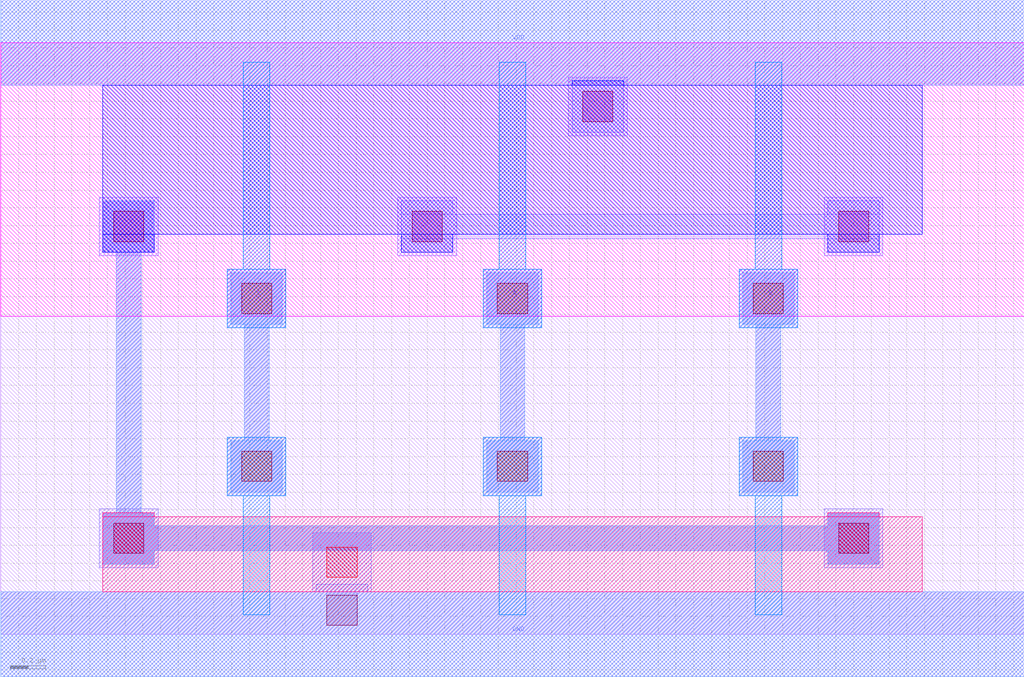
<source format=lef>
MACRO AOI21X1
 CLASS CORE ;
 FOREIGN AOI21X1 0 0 ;
 ORIGIN 0 0 ;
 SYMMETRY X Y R90 ;
 SITE UNIT ;
  PIN VDD
   DIRECTION INOUT ;
   USE SIGNAL ;
   SHAPE ABUTMENT ;
    PORT
     CLASS CORE ;
       LAYER metal2 ;
        RECT 0.00000000 3.09000000 5.76000000 3.57000000 ;
    END
  END VDD

  PIN GND
   DIRECTION INOUT ;
   USE SIGNAL ;
   SHAPE ABUTMENT ;
    PORT
     CLASS CORE ;
       LAYER metal2 ;
        RECT 0.00000000 -0.24000000 5.76000000 0.24000000 ;
    END
  END GND

  PIN Y
   DIRECTION INOUT ;
   USE SIGNAL ;
   SHAPE ABUTMENT ;
    PORT
     CLASS CORE ;
       LAYER metal2 ;
        RECT 0.57500000 0.39500000 0.86500000 0.47000000 ;
        RECT 4.65500000 0.39500000 4.94500000 0.47000000 ;
        RECT 0.57500000 0.47000000 4.94500000 0.61000000 ;
        RECT 0.57500000 0.61000000 0.86500000 0.68500000 ;
        RECT 4.65500000 0.61000000 4.94500000 0.68500000 ;
        RECT 0.65000000 0.68500000 0.79000000 2.15000000 ;
        RECT 0.57500000 2.15000000 0.86500000 2.44000000 ;
    END
  END Y

  PIN A
   DIRECTION INOUT ;
   USE SIGNAL ;
   SHAPE ABUTMENT ;
    PORT
     CLASS CORE ;
       LAYER metal2 ;
        RECT 2.73500000 0.80000000 3.02500000 1.09000000 ;
        RECT 2.81000000 1.09000000 2.95000000 1.74500000 ;
        RECT 2.73500000 1.74500000 3.02500000 2.03500000 ;
    END
  END A

  PIN C
   DIRECTION INOUT ;
   USE SIGNAL ;
   SHAPE ABUTMENT ;
    PORT
     CLASS CORE ;
       LAYER metal2 ;
        RECT 1.29500000 0.80000000 1.58500000 1.09000000 ;
        RECT 1.37000000 1.09000000 1.51000000 1.74500000 ;
        RECT 1.29500000 1.74500000 1.58500000 2.03500000 ;
    END
  END C

  PIN B
   DIRECTION INOUT ;
   USE SIGNAL ;
   SHAPE ABUTMENT ;
    PORT
     CLASS CORE ;
       LAYER metal2 ;
        RECT 4.17500000 0.80000000 4.46500000 1.09000000 ;
        RECT 4.25000000 1.09000000 4.39000000 1.74500000 ;
        RECT 4.17500000 1.74500000 4.46500000 2.03500000 ;
    END
  END B

  OBS
   LAYER abutment_box ;
    RECT 0.00000000 0.00000000 5.76000000 3.33000000 ;
  END

  OBS
   LAYER metal1 ;
    RECT 1.83500000 0.05000000 2.00500000 0.24000000 ;
    RECT 1.75500000 0.24000000 2.08500000 0.57000000 ;
    RECT 0.55500000 0.37500000 0.88500000 0.70500000 ;
    RECT 4.63500000 0.37500000 4.96500000 0.70500000 ;
    RECT 1.27500000 0.78000000 1.60500000 1.11000000 ;
    RECT 2.71500000 0.78000000 3.04500000 1.11000000 ;
    RECT 4.15500000 0.78000000 4.48500000 1.11000000 ;
    RECT 1.27500000 1.72500000 1.60500000 2.05500000 ;
    RECT 2.71500000 1.72500000 3.04500000 2.05500000 ;
    RECT 4.15500000 1.72500000 4.48500000 2.05500000 ;
    RECT 0.55500000 2.13000000 0.88500000 2.46000000 ;
    RECT 2.23500000 2.13000000 2.56500000 2.46000000 ;
    RECT 4.63500000 2.13000000 4.96500000 2.46000000 ;
    RECT 3.19500000 2.80500000 3.52500000 3.13500000 ;
  END

  OBS
   LAYER metal1_label ;

  END

  OBS
   LAYER metal1_pin ;

  END

  OBS
   LAYER metal2 ;
    RECT 0.00000000 -0.24000000 5.76000000 0.24000000 ;
    RECT 1.77500000 0.24000000 2.06500000 0.28000000 ;
    RECT 1.29500000 0.80000000 1.58500000 1.09000000 ;
    RECT 1.37000000 1.09000000 1.51000000 1.74500000 ;
    RECT 1.29500000 1.74500000 1.58500000 2.03500000 ;
    RECT 2.73500000 0.80000000 3.02500000 1.09000000 ;
    RECT 2.81000000 1.09000000 2.95000000 1.74500000 ;
    RECT 2.73500000 1.74500000 3.02500000 2.03500000 ;
    RECT 4.17500000 0.80000000 4.46500000 1.09000000 ;
    RECT 4.25000000 1.09000000 4.39000000 1.74500000 ;
    RECT 4.17500000 1.74500000 4.46500000 2.03500000 ;
    RECT 0.57500000 0.39500000 0.86500000 0.47000000 ;
    RECT 4.65500000 0.39500000 4.94500000 0.47000000 ;
    RECT 0.57500000 0.47000000 4.94500000 0.61000000 ;
    RECT 0.57500000 0.61000000 0.86500000 0.68500000 ;
    RECT 4.65500000 0.61000000 4.94500000 0.68500000 ;
    RECT 0.65000000 0.68500000 0.79000000 2.15000000 ;
    RECT 0.57500000 2.15000000 0.86500000 2.44000000 ;
    RECT 2.25500000 2.15000000 2.54500000 2.22500000 ;
    RECT 4.65500000 2.15000000 4.94500000 2.22500000 ;
    RECT 2.25500000 2.22500000 4.94500000 2.36500000 ;
    RECT 2.25500000 2.36500000 2.54500000 2.44000000 ;
    RECT 4.65500000 2.36500000 4.94500000 2.44000000 ;
    RECT 3.21500000 2.82500000 3.50500000 3.09000000 ;
    RECT 0.00000000 3.09000000 5.76000000 3.57000000 ;
  END

  OBS
   LAYER metal2_label ;

  END

  OBS
   LAYER metal2_pin ;
    RECT 0.00000000 -0.24000000 5.76000000 0.24000000 ;
    RECT 1.29500000 0.80000000 1.58500000 1.09000000 ;
    RECT 1.37000000 1.09000000 1.51000000 1.74500000 ;
    RECT 1.29500000 1.74500000 1.58500000 2.03500000 ;
    RECT 2.73500000 0.80000000 3.02500000 1.09000000 ;
    RECT 2.81000000 1.09000000 2.95000000 1.74500000 ;
    RECT 2.73500000 1.74500000 3.02500000 2.03500000 ;
    RECT 4.17500000 0.80000000 4.46500000 1.09000000 ;
    RECT 4.25000000 1.09000000 4.39000000 1.74500000 ;
    RECT 4.17500000 1.74500000 4.46500000 2.03500000 ;
    RECT 0.57500000 0.39500000 0.86500000 0.47000000 ;
    RECT 4.65500000 0.39500000 4.94500000 0.47000000 ;
    RECT 0.57500000 0.47000000 4.94500000 0.61000000 ;
    RECT 0.57500000 0.61000000 0.86500000 0.68500000 ;
    RECT 4.65500000 0.61000000 4.94500000 0.68500000 ;
    RECT 0.65000000 0.68500000 0.79000000 2.15000000 ;
    RECT 0.57500000 2.15000000 0.86500000 2.44000000 ;
    RECT 0.00000000 3.09000000 5.76000000 3.57000000 ;
  END

  OBS
   LAYER ndiff_contact ;
    RECT 1.83500000 0.32000000 2.00500000 0.49000000 ;
    RECT 0.63500000 0.45500000 0.80500000 0.62500000 ;
    RECT 4.71500000 0.45500000 4.88500000 0.62500000 ;
  END

  OBS
   LAYER ndiffusion ;
    RECT 0.57500000 0.24000000 5.18500000 0.66000000 ;
    RECT 0.57500000 0.66000000 0.86500000 0.68500000 ;
    RECT 4.65500000 0.66000000 4.94500000 0.68500000 ;
  END

  OBS
   LAYER nplus ;

  END

  OBS
   LAYER nwell ;
    RECT 0.00000000 1.79000000 5.76000000 3.33000000 ;
  END

  OBS
   LAYER pdiff_contact ;
    RECT 0.63500000 2.21000000 0.80500000 2.38000000 ;
    RECT 2.31500000 2.21000000 2.48500000 2.38000000 ;
    RECT 4.71500000 2.21000000 4.88500000 2.38000000 ;
    RECT 3.27500000 2.88500000 3.44500000 3.05500000 ;
  END

  OBS
   LAYER pdiffusion ;
    RECT 0.57500000 2.15000000 0.86500000 2.25000000 ;
    RECT 2.25500000 2.15000000 2.54500000 2.25000000 ;
    RECT 4.65500000 2.15000000 4.94500000 2.25000000 ;
    RECT 0.57500000 2.25000000 5.18500000 3.09000000 ;
    RECT 3.21500000 3.09000000 3.50500000 3.11500000 ;
  END

  OBS
   LAYER poly ;
    RECT 1.36500000 0.11000000 1.51500000 0.78000000 ;
    RECT 1.27500000 0.78000000 1.60500000 1.11000000 ;
    RECT 2.80500000 0.11000000 2.95500000 0.78000000 ;
    RECT 2.71500000 0.78000000 3.04500000 1.11000000 ;
    RECT 4.24500000 0.11000000 4.39500000 0.78000000 ;
    RECT 4.15500000 0.78000000 4.48500000 1.11000000 ;
    RECT 1.27500000 1.72500000 1.60500000 2.05500000 ;
    RECT 1.36500000 2.05500000 1.51500000 3.22000000 ;
    RECT 2.71500000 1.72500000 3.04500000 2.05500000 ;
    RECT 2.80500000 2.05500000 2.95500000 3.22000000 ;
    RECT 4.15500000 1.72500000 4.48500000 2.05500000 ;
    RECT 4.24500000 2.05500000 4.39500000 3.22000000 ;
  END

  OBS
   LAYER poly_contact ;
    RECT 1.35500000 0.86000000 1.52500000 1.03000000 ;
    RECT 2.79500000 0.86000000 2.96500000 1.03000000 ;
    RECT 4.23500000 0.86000000 4.40500000 1.03000000 ;
    RECT 1.35500000 1.80500000 1.52500000 1.97500000 ;
    RECT 2.79500000 1.80500000 2.96500000 1.97500000 ;
    RECT 4.23500000 1.80500000 4.40500000 1.97500000 ;
  END

  OBS
   LAYER pplus ;

  END

  OBS
   LAYER via1 ;
    RECT 1.83500000 0.05000000 2.00500000 0.22000000 ;
    RECT 0.63500000 0.45500000 0.80500000 0.62500000 ;
    RECT 4.71500000 0.45500000 4.88500000 0.62500000 ;
    RECT 1.35500000 0.86000000 1.52500000 1.03000000 ;
    RECT 2.79500000 0.86000000 2.96500000 1.03000000 ;
    RECT 4.23500000 0.86000000 4.40500000 1.03000000 ;
    RECT 1.35500000 1.80500000 1.52500000 1.97500000 ;
    RECT 2.79500000 1.80500000 2.96500000 1.97500000 ;
    RECT 4.23500000 1.80500000 4.40500000 1.97500000 ;
    RECT 0.63500000 2.21000000 0.80500000 2.38000000 ;
    RECT 2.31500000 2.21000000 2.48500000 2.38000000 ;
    RECT 4.71500000 2.21000000 4.88500000 2.38000000 ;
    RECT 3.27500000 2.88500000 3.44500000 3.05500000 ;
  END

END AOI21X1

</source>
